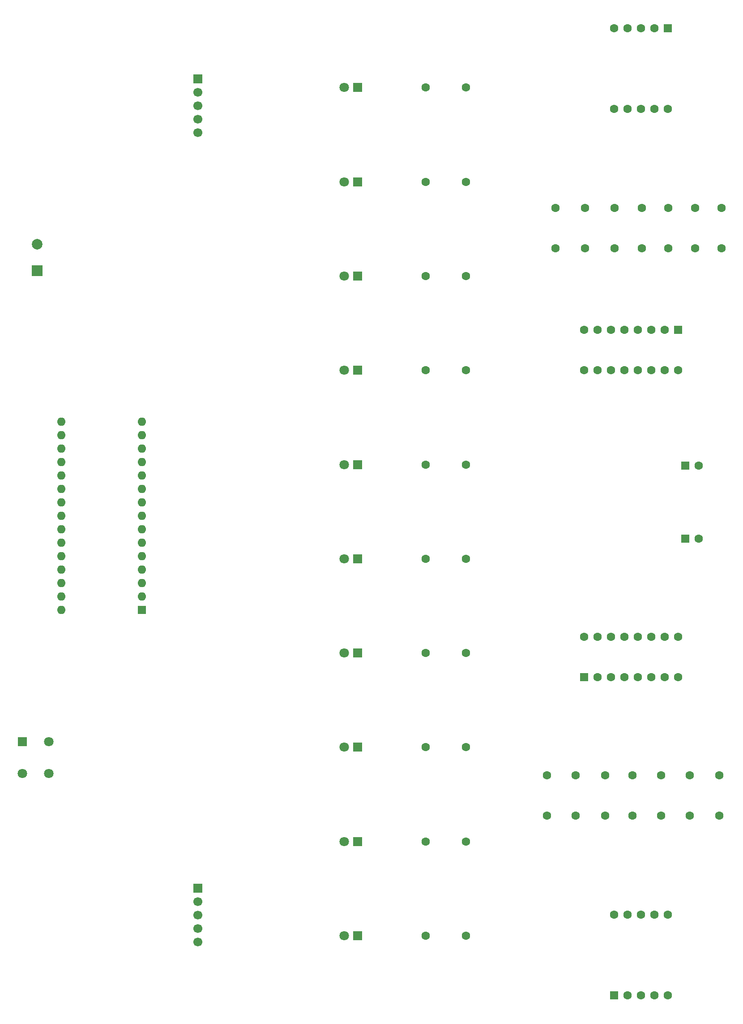
<source format=gbr>
%TF.GenerationSoftware,KiCad,Pcbnew,9.0.3*%
%TF.CreationDate,2025-09-10T22:30:54-03:00*%
%TF.ProjectId,PUCK_1 - Copy,5055434b-5f31-4202-9d20-436f70792e6b,rev?*%
%TF.SameCoordinates,Original*%
%TF.FileFunction,Soldermask,Bot*%
%TF.FilePolarity,Negative*%
%FSLAX46Y46*%
G04 Gerber Fmt 4.6, Leading zero omitted, Abs format (unit mm)*
G04 Created by KiCad (PCBNEW 9.0.3) date 2025-09-10 22:30:54*
%MOMM*%
%LPD*%
G01*
G04 APERTURE LIST*
G04 Aperture macros list*
%AMRoundRect*
0 Rectangle with rounded corners*
0 $1 Rounding radius*
0 $2 $3 $4 $5 $6 $7 $8 $9 X,Y pos of 4 corners*
0 Add a 4 corners polygon primitive as box body*
4,1,4,$2,$3,$4,$5,$6,$7,$8,$9,$2,$3,0*
0 Add four circle primitives for the rounded corners*
1,1,$1+$1,$2,$3*
1,1,$1+$1,$4,$5*
1,1,$1+$1,$6,$7*
1,1,$1+$1,$8,$9*
0 Add four rect primitives between the rounded corners*
20,1,$1+$1,$2,$3,$4,$5,0*
20,1,$1+$1,$4,$5,$6,$7,0*
20,1,$1+$1,$6,$7,$8,$9,0*
20,1,$1+$1,$8,$9,$2,$3,0*%
G04 Aperture macros list end*
%ADD10C,1.600000*%
%ADD11R,1.800000X1.800000*%
%ADD12C,1.800000*%
%ADD13R,1.600000X1.600000*%
%ADD14RoundRect,0.250000X-0.550000X0.550000X-0.550000X-0.550000X0.550000X-0.550000X0.550000X0.550000X0*%
%ADD15RoundRect,0.250000X-0.550000X-0.550000X0.550000X-0.550000X0.550000X0.550000X-0.550000X0.550000X0*%
%ADD16R,1.700000X1.700000*%
%ADD17C,1.700000*%
%ADD18R,2.000000X2.000000*%
%ADD19C,2.000000*%
%ADD20RoundRect,0.250000X0.550000X-0.550000X0.550000X0.550000X-0.550000X0.550000X-0.550000X-0.550000X0*%
%ADD21O,1.600000X1.600000*%
G04 APERTURE END LIST*
D10*
%TO.C,R1*%
X662885000Y-175095000D03*
X670505000Y-175095000D03*
%TD*%
D11*
%TO.C,D3*%
X650000000Y-139518200D03*
D12*
X647460000Y-139518200D03*
%TD*%
D11*
%TO.C,D6*%
X650000000Y-86102000D03*
D12*
X647460000Y-86102000D03*
%TD*%
D13*
%TO.C,U1*%
X698520000Y-186392500D03*
D10*
X701060000Y-186392500D03*
X703600000Y-186392500D03*
X706140000Y-186392500D03*
X708680000Y-186392500D03*
X708680000Y-171152500D03*
X706140000Y-171152500D03*
X703600000Y-171152500D03*
X701060000Y-171152500D03*
X698520000Y-171152500D03*
%TD*%
%TO.C,R24*%
X693000000Y-45239215D03*
X693000000Y-37619215D03*
%TD*%
D11*
%TO.C,D1*%
X650000000Y-175095000D03*
D12*
X647460000Y-175095000D03*
%TD*%
D10*
%TO.C,R12*%
X691200000Y-144780000D03*
X691200000Y-152400000D03*
%TD*%
D14*
%TO.C,U4*%
X710650000Y-60690000D03*
D10*
X708110000Y-60690000D03*
X705570000Y-60690000D03*
X703030000Y-60690000D03*
X700490000Y-60690000D03*
X697950000Y-60690000D03*
X695410000Y-60690000D03*
X692870000Y-60690000D03*
X692870000Y-68310000D03*
X695410000Y-68310000D03*
X697950000Y-68310000D03*
X700490000Y-68310000D03*
X703030000Y-68310000D03*
X705570000Y-68310000D03*
X708110000Y-68310000D03*
X710650000Y-68310000D03*
%TD*%
D11*
%TO.C,D7*%
X650000000Y-68296600D03*
D12*
X647460000Y-68296600D03*
%TD*%
D13*
%TO.C,U2*%
X708680000Y-3695000D03*
D10*
X706140000Y-3695000D03*
X703600000Y-3695000D03*
X701060000Y-3695000D03*
X698520000Y-3695000D03*
X698520000Y-18935000D03*
X701060000Y-18935000D03*
X703600000Y-18935000D03*
X706140000Y-18935000D03*
X708680000Y-18935000D03*
%TD*%
%TO.C,R18*%
X687400000Y-45239215D03*
X687400000Y-37619215D03*
%TD*%
%TO.C,R5*%
X662885000Y-103907400D03*
X670505000Y-103907400D03*
%TD*%
%TO.C,R15*%
X707400000Y-144780000D03*
X707400000Y-152400000D03*
%TD*%
%TO.C,R14*%
X702000000Y-144780000D03*
X702000000Y-152400000D03*
%TD*%
D11*
%TO.C,D10*%
X650000000Y-14880400D03*
D12*
X647460000Y-14880400D03*
%TD*%
D11*
%TO.C,D9*%
X650000000Y-32685800D03*
D12*
X647460000Y-32685800D03*
%TD*%
D11*
%TO.C,D8*%
X650000000Y-50491200D03*
D12*
X647460000Y-50491200D03*
%TD*%
D11*
%TO.C,SW1*%
X586600000Y-138495000D03*
D12*
X591600000Y-138495000D03*
X586600000Y-144495000D03*
X591600000Y-144495000D03*
%TD*%
D10*
%TO.C,R21*%
X708800000Y-45239215D03*
X708800000Y-37619215D03*
%TD*%
%TO.C,R11*%
X685800000Y-144780000D03*
X685800000Y-152400000D03*
%TD*%
D15*
%TO.C,C2*%
X712000000Y-100087500D03*
D10*
X714500000Y-100087500D03*
%TD*%
%TO.C,R10*%
X662885000Y-14880400D03*
X670505000Y-14880400D03*
%TD*%
D16*
%TO.C,J1*%
X619800000Y-166155000D03*
D17*
X619800000Y-168695000D03*
X619800000Y-171235000D03*
X619800000Y-173775000D03*
X619800000Y-176315000D03*
%TD*%
D15*
%TO.C,C1*%
X712000000Y-86295000D03*
D10*
X714500000Y-86295000D03*
%TD*%
%TO.C,R13*%
X696800000Y-144780000D03*
X696800000Y-152400000D03*
%TD*%
%TO.C,R23*%
X698600000Y-45239215D03*
X698600000Y-37619215D03*
%TD*%
D11*
%TO.C,D2*%
X650000000Y-157323600D03*
D12*
X647460000Y-157323600D03*
%TD*%
D10*
%TO.C,R19*%
X718800000Y-45239215D03*
X718800000Y-37619215D03*
%TD*%
%TO.C,R2*%
X662885000Y-157323600D03*
X670505000Y-157323600D03*
%TD*%
D11*
%TO.C,D4*%
X650000000Y-121712800D03*
D12*
X647460000Y-121712800D03*
%TD*%
D10*
%TO.C,R7*%
X662885000Y-68296600D03*
X670505000Y-68296600D03*
%TD*%
%TO.C,R17*%
X718400000Y-144780000D03*
X718400000Y-152400000D03*
%TD*%
%TO.C,R20*%
X713800000Y-45239215D03*
X713800000Y-37619215D03*
%TD*%
%TO.C,R8*%
X662885000Y-50491200D03*
X670505000Y-50491200D03*
%TD*%
%TO.C,R6*%
X662885000Y-86102000D03*
X670505000Y-86102000D03*
%TD*%
%TO.C,R9*%
X662885000Y-32685800D03*
X670505000Y-32685800D03*
%TD*%
%TO.C,R22*%
X703800000Y-45239215D03*
X703800000Y-37619215D03*
%TD*%
D18*
%TO.C,BZ1*%
X589400000Y-49495000D03*
D19*
X589400000Y-44495000D03*
%TD*%
D20*
%TO.C,U3*%
X692870000Y-126300000D03*
D10*
X695410000Y-126300000D03*
X697950000Y-126300000D03*
X700490000Y-126300000D03*
X703030000Y-126300000D03*
X705570000Y-126300000D03*
X708110000Y-126300000D03*
X710650000Y-126300000D03*
X710650000Y-118680000D03*
X708110000Y-118680000D03*
X705570000Y-118680000D03*
X703030000Y-118680000D03*
X700490000Y-118680000D03*
X697950000Y-118680000D03*
X695410000Y-118680000D03*
X692870000Y-118680000D03*
%TD*%
%TO.C,R4*%
X662885000Y-121712800D03*
X670505000Y-121712800D03*
%TD*%
%TO.C,R3*%
X662885000Y-139518200D03*
X670505000Y-139518200D03*
%TD*%
D11*
%TO.C,D5*%
X650000000Y-103907400D03*
D12*
X647460000Y-103907400D03*
%TD*%
D16*
%TO.C,J2*%
X619800000Y-13220400D03*
D17*
X619800000Y-15760400D03*
X619800000Y-18300400D03*
X619800000Y-20840400D03*
X619800000Y-23380400D03*
%TD*%
D13*
%TO.C,A1*%
X609200000Y-113595000D03*
D21*
X609200000Y-111055000D03*
X609200000Y-108515000D03*
X609200000Y-105975000D03*
X609200000Y-103435000D03*
X609200000Y-100895000D03*
X609200000Y-98355000D03*
X609200000Y-95815000D03*
X609200000Y-93275000D03*
X609200000Y-90735000D03*
X609200000Y-88195000D03*
X609200000Y-85655000D03*
X609200000Y-83115000D03*
X609200000Y-80575000D03*
X609200000Y-78035000D03*
X593960000Y-78035000D03*
X593960000Y-80575000D03*
X593960000Y-83115000D03*
X593960000Y-85655000D03*
X593960000Y-88195000D03*
X593960000Y-90735000D03*
X593960000Y-93275000D03*
X593960000Y-95815000D03*
X593960000Y-98355000D03*
X593960000Y-100895000D03*
X593960000Y-103435000D03*
X593960000Y-105975000D03*
X593960000Y-108515000D03*
X593960000Y-111055000D03*
X593960000Y-113595000D03*
%TD*%
D10*
%TO.C,R16*%
X712800000Y-144780000D03*
X712800000Y-152400000D03*
%TD*%
M02*

</source>
